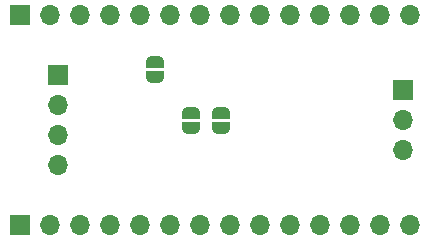
<source format=gbs>
%TF.GenerationSoftware,KiCad,Pcbnew,(6.0.0-0)*%
%TF.CreationDate,2023-05-28T12:29:55+10:00*%
%TF.ProjectId,motor-driver,6d6f746f-722d-4647-9269-7665722e6b69,v1.0.0*%
%TF.SameCoordinates,Original*%
%TF.FileFunction,Soldermask,Bot*%
%TF.FilePolarity,Negative*%
%FSLAX46Y46*%
G04 Gerber Fmt 4.6, Leading zero omitted, Abs format (unit mm)*
G04 Created by KiCad (PCBNEW (6.0.0-0)) date 2023-05-28 12:29:55*
%MOMM*%
%LPD*%
G01*
G04 APERTURE LIST*
G04 Aperture macros list*
%AMFreePoly0*
4,1,22,0.500000,-0.750000,0.000000,-0.750000,0.000000,-0.745033,-0.079941,-0.743568,-0.215256,-0.701293,-0.333266,-0.622738,-0.424486,-0.514219,-0.481581,-0.384460,-0.499164,-0.250000,-0.500000,-0.250000,-0.500000,0.250000,-0.499164,0.250000,-0.499963,0.256109,-0.478152,0.396186,-0.417904,0.524511,-0.324060,0.630769,-0.204165,0.706417,-0.067858,0.745374,0.000000,0.744959,0.000000,0.750000,
0.500000,0.750000,0.500000,-0.750000,0.500000,-0.750000,$1*%
%AMFreePoly1*
4,1,20,0.000000,0.744959,0.073905,0.744508,0.209726,0.703889,0.328688,0.626782,0.421226,0.519385,0.479903,0.390333,0.500000,0.250000,0.500000,-0.250000,0.499851,-0.262216,0.476331,-0.402017,0.414519,-0.529596,0.319384,-0.634700,0.198574,-0.708877,0.061801,-0.746166,0.000000,-0.745033,0.000000,-0.750000,-0.500000,-0.750000,-0.500000,0.750000,0.000000,0.750000,0.000000,0.744959,
0.000000,0.744959,$1*%
G04 Aperture macros list end*
%ADD10R,1.700000X1.700000*%
%ADD11O,1.700000X1.700000*%
%ADD12FreePoly0,270.000000*%
%ADD13FreePoly1,270.000000*%
G04 APERTURE END LIST*
D10*
%TO.C,J2*%
X160655000Y-96520000D03*
D11*
X160655000Y-99060000D03*
X160655000Y-101600000D03*
%TD*%
D10*
%TO.C,J3*%
X131445000Y-95250000D03*
D11*
X131445000Y-97790000D03*
X131445000Y-100330000D03*
X131445000Y-102870000D03*
%TD*%
D12*
%TO.C,JP2*%
X145288000Y-98410000D03*
D13*
X145288000Y-99710000D03*
%TD*%
D10*
%TO.C,J4*%
X128280000Y-90170000D03*
D11*
X130820000Y-90170000D03*
X133360000Y-90170000D03*
X135900000Y-90170000D03*
X138440000Y-90170000D03*
X140980000Y-90170000D03*
X143520000Y-90170000D03*
X146060000Y-90170000D03*
X148600000Y-90170000D03*
X151140000Y-90170000D03*
X153680000Y-90170000D03*
X156220000Y-90170000D03*
X158760000Y-90170000D03*
X161300000Y-90170000D03*
%TD*%
D10*
%TO.C,J1*%
X128280000Y-107950000D03*
D11*
X130820000Y-107950000D03*
X133360000Y-107950000D03*
X135900000Y-107950000D03*
X138440000Y-107950000D03*
X140980000Y-107950000D03*
X143520000Y-107950000D03*
X146060000Y-107950000D03*
X148600000Y-107950000D03*
X151140000Y-107950000D03*
X153680000Y-107950000D03*
X156220000Y-107950000D03*
X158760000Y-107950000D03*
X161300000Y-107950000D03*
%TD*%
D12*
%TO.C,JP3*%
X142748000Y-98410000D03*
D13*
X142748000Y-99710000D03*
%TD*%
D12*
%TO.C,JP1*%
X139700000Y-94092000D03*
D13*
X139700000Y-95392000D03*
%TD*%
M02*

</source>
